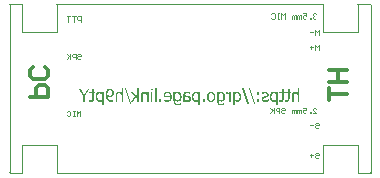
<source format=gbo>
G04*
G04 #@! TF.GenerationSoftware,Altium Limited,Altium Designer,20.0.10 (225)*
G04*
G04 Layer_Color=32896*
%FSLAX25Y25*%
%MOIN*%
G70*
G01*
G75*
%ADD13C,0.00400*%
%ADD15C,0.00300*%
%ADD38C,0.01181*%
G36*
X47548Y27455D02*
X46932D01*
Y28015D01*
X47548D01*
Y27455D01*
D02*
G37*
G36*
X75844Y27005D02*
X75941Y26991D01*
X76031Y26977D01*
X76107Y26956D01*
X76176Y26929D01*
X76224Y26915D01*
X76252Y26901D01*
X76266Y26894D01*
X76356Y26846D01*
X76432Y26797D01*
X76508Y26742D01*
X76570Y26687D01*
X76619Y26638D01*
X76653Y26604D01*
X76681Y26576D01*
X76688Y26569D01*
X76757Y26486D01*
X76813Y26396D01*
X76861Y26306D01*
X76910Y26223D01*
X76937Y26147D01*
X76965Y26092D01*
X76979Y26050D01*
X76986Y26043D01*
Y26036D01*
X77020Y25912D01*
X77048Y25787D01*
X77069Y25662D01*
X77083Y25552D01*
X77089Y25448D01*
X77096Y25372D01*
Y25344D01*
Y25323D01*
Y25310D01*
Y25303D01*
X77089Y25157D01*
X77083Y25026D01*
X77069Y24901D01*
X77048Y24784D01*
X77020Y24673D01*
X76992Y24576D01*
X76965Y24486D01*
X76937Y24403D01*
X76910Y24327D01*
X76882Y24265D01*
X76854Y24209D01*
X76826Y24168D01*
X76806Y24133D01*
X76792Y24105D01*
X76778Y24092D01*
Y24085D01*
X76716Y24009D01*
X76647Y23939D01*
X76577Y23884D01*
X76501Y23836D01*
X76432Y23794D01*
X76356Y23753D01*
X76218Y23704D01*
X76093Y23670D01*
X76044Y23663D01*
X75996Y23656D01*
X75961Y23649D01*
X75906D01*
X75802Y23656D01*
X75712Y23663D01*
X75629Y23676D01*
X75553Y23697D01*
X75491Y23718D01*
X75449Y23732D01*
X75415Y23739D01*
X75408Y23746D01*
X75325Y23787D01*
X75242Y23843D01*
X75166Y23891D01*
X75090Y23946D01*
X75034Y23988D01*
X74986Y24029D01*
X74958Y24057D01*
X74944Y24064D01*
Y22535D01*
X74404D01*
Y26922D01*
X74916D01*
X74944Y26783D01*
X75083Y26860D01*
X75145Y26887D01*
X75200Y26908D01*
X75249Y26929D01*
X75283Y26943D01*
X75311Y26950D01*
X75318D01*
X75463Y26984D01*
X75532Y26998D01*
X75602Y27005D01*
X75657Y27012D01*
X75747D01*
X75844Y27005D01*
D02*
G37*
G36*
X70481D02*
X70578Y26991D01*
X70661Y26977D01*
X70737Y26956D01*
X70806Y26929D01*
X70855Y26915D01*
X70882Y26901D01*
X70896Y26894D01*
X70986Y26846D01*
X71069Y26797D01*
X71138Y26742D01*
X71201Y26693D01*
X71256Y26645D01*
X71290Y26610D01*
X71318Y26583D01*
X71325Y26576D01*
X71394Y26493D01*
X71450Y26403D01*
X71498Y26313D01*
X71547Y26230D01*
X71574Y26161D01*
X71602Y26105D01*
X71616Y26064D01*
X71623Y26057D01*
Y26050D01*
X71657Y25932D01*
X71685Y25815D01*
X71706Y25690D01*
X71719Y25586D01*
X71726Y25489D01*
X71733Y25413D01*
Y25386D01*
Y25365D01*
Y25351D01*
Y25344D01*
X71726Y25206D01*
X71719Y25074D01*
X71706Y24950D01*
X71685Y24839D01*
X71657Y24728D01*
X71630Y24631D01*
X71602Y24548D01*
X71574Y24465D01*
X71547Y24396D01*
X71519Y24341D01*
X71491Y24285D01*
X71463Y24244D01*
X71443Y24209D01*
X71429Y24189D01*
X71415Y24175D01*
Y24168D01*
X71353Y24099D01*
X71284Y24036D01*
X71214Y23981D01*
X71138Y23939D01*
X71069Y23898D01*
X70993Y23863D01*
X70855Y23815D01*
X70730Y23787D01*
X70675Y23780D01*
X70626Y23773D01*
X70591Y23766D01*
X70536D01*
X70425Y23773D01*
X70322Y23780D01*
X70232Y23794D01*
X70162Y23815D01*
X70100Y23829D01*
X70052Y23843D01*
X70024Y23849D01*
X70017Y23856D01*
X69934Y23891D01*
X69858Y23939D01*
X69782Y23981D01*
X69720Y24029D01*
X69664Y24071D01*
X69616Y24105D01*
X69588Y24126D01*
X69581Y24133D01*
Y23849D01*
X69588Y23718D01*
X69595Y23663D01*
X69602Y23607D01*
X69609Y23566D01*
X69616Y23538D01*
X69623Y23517D01*
Y23510D01*
X69657Y23400D01*
X69678Y23351D01*
X69699Y23310D01*
X69720Y23282D01*
X69740Y23254D01*
X69747Y23240D01*
X69754Y23234D01*
X69796Y23192D01*
X69837Y23157D01*
X69927Y23102D01*
X69962Y23081D01*
X69996Y23067D01*
X70017Y23054D01*
X70024D01*
X70093Y23033D01*
X70162Y23012D01*
X70232Y22998D01*
X70301Y22991D01*
X70356D01*
X70405Y22984D01*
X70446D01*
X70550Y22991D01*
X70598D01*
X70640Y22998D01*
X70675Y23005D01*
X70702D01*
X70716Y23012D01*
X70723D01*
X70820Y23033D01*
X70910Y23047D01*
X70944Y23054D01*
X70972Y23061D01*
X70993Y23067D01*
X71000D01*
X71097Y23095D01*
X71173Y23116D01*
X71201Y23130D01*
X71221Y23137D01*
X71235Y23144D01*
X71242D01*
X71311Y23164D01*
X71360Y23185D01*
X71387Y23192D01*
X71401Y23199D01*
X71429D01*
Y22638D01*
X71270Y22597D01*
X71194Y22583D01*
X71124Y22569D01*
X71069Y22555D01*
X71021Y22548D01*
X70993Y22542D01*
X70979D01*
X70799Y22521D01*
X70716Y22507D01*
X70640D01*
X70585Y22500D01*
X70495D01*
X70363Y22507D01*
X70239Y22514D01*
X70121Y22535D01*
X70017Y22562D01*
X69913Y22590D01*
X69823Y22625D01*
X69747Y22659D01*
X69671Y22694D01*
X69609Y22728D01*
X69554Y22763D01*
X69505Y22798D01*
X69471Y22825D01*
X69436Y22853D01*
X69415Y22874D01*
X69408Y22881D01*
X69401Y22887D01*
X69339Y22964D01*
X69284Y23047D01*
X69235Y23137D01*
X69194Y23234D01*
X69131Y23434D01*
X69083Y23628D01*
X69069Y23718D01*
X69062Y23801D01*
X69055Y23877D01*
X69048Y23946D01*
X69041Y24002D01*
Y24043D01*
Y24071D01*
Y24078D01*
Y26922D01*
X69554D01*
X69581Y26783D01*
X69720Y26860D01*
X69782Y26887D01*
X69837Y26908D01*
X69886Y26929D01*
X69920Y26943D01*
X69948Y26950D01*
X69955D01*
X70100Y26984D01*
X70169Y26998D01*
X70239Y27005D01*
X70294Y27012D01*
X70384D01*
X70481Y27005D01*
D02*
G37*
G36*
X55949Y27005D02*
X56046Y26991D01*
X56129Y26977D01*
X56205Y26956D01*
X56274Y26929D01*
X56322Y26915D01*
X56350Y26901D01*
X56364Y26894D01*
X56454Y26846D01*
X56537Y26797D01*
X56606Y26742D01*
X56669Y26693D01*
X56724Y26645D01*
X56758Y26610D01*
X56786Y26583D01*
X56793Y26576D01*
X56862Y26493D01*
X56918Y26403D01*
X56966Y26313D01*
X57015Y26230D01*
X57042Y26161D01*
X57070Y26105D01*
X57084Y26064D01*
X57091Y26057D01*
Y26050D01*
X57125Y25932D01*
X57153Y25815D01*
X57174Y25690D01*
X57187Y25586D01*
X57194Y25489D01*
X57201Y25413D01*
Y25386D01*
Y25365D01*
Y25351D01*
Y25344D01*
X57194Y25206D01*
X57187Y25074D01*
X57174Y24950D01*
X57153Y24839D01*
X57125Y24728D01*
X57098Y24631D01*
X57070Y24548D01*
X57042Y24465D01*
X57015Y24396D01*
X56987Y24341D01*
X56959Y24285D01*
X56931Y24244D01*
X56911Y24209D01*
X56897Y24189D01*
X56883Y24175D01*
Y24168D01*
X56821Y24099D01*
X56752Y24036D01*
X56682Y23981D01*
X56606Y23939D01*
X56537Y23898D01*
X56461Y23863D01*
X56322Y23815D01*
X56198Y23787D01*
X56143Y23780D01*
X56094Y23773D01*
X56059Y23766D01*
X56004D01*
X55893Y23773D01*
X55790Y23780D01*
X55700Y23794D01*
X55630Y23815D01*
X55568Y23829D01*
X55520Y23843D01*
X55492Y23849D01*
X55485Y23856D01*
X55402Y23891D01*
X55326Y23939D01*
X55250Y23981D01*
X55188Y24029D01*
X55132Y24071D01*
X55084Y24105D01*
X55056Y24126D01*
X55049Y24133D01*
Y23849D01*
X55056Y23718D01*
X55063Y23663D01*
X55070Y23607D01*
X55077Y23566D01*
X55084Y23538D01*
X55091Y23517D01*
Y23510D01*
X55125Y23400D01*
X55146Y23351D01*
X55167Y23310D01*
X55188Y23282D01*
X55208Y23254D01*
X55215Y23240D01*
X55222Y23234D01*
X55264Y23192D01*
X55305Y23157D01*
X55395Y23102D01*
X55430Y23081D01*
X55464Y23067D01*
X55485Y23054D01*
X55492D01*
X55561Y23033D01*
X55630Y23012D01*
X55700Y22998D01*
X55769Y22991D01*
X55824D01*
X55873Y22984D01*
X55914D01*
X56018Y22991D01*
X56066D01*
X56108Y22998D01*
X56143Y23005D01*
X56170D01*
X56184Y23012D01*
X56191D01*
X56288Y23033D01*
X56378Y23047D01*
X56412Y23054D01*
X56440Y23061D01*
X56461Y23067D01*
X56468D01*
X56565Y23095D01*
X56641Y23116D01*
X56669Y23130D01*
X56689Y23137D01*
X56703Y23144D01*
X56710D01*
X56779Y23164D01*
X56828Y23185D01*
X56855Y23192D01*
X56869Y23199D01*
X56897D01*
Y22638D01*
X56738Y22597D01*
X56662Y22583D01*
X56592Y22569D01*
X56537Y22555D01*
X56489Y22548D01*
X56461Y22542D01*
X56447D01*
X56267Y22521D01*
X56184Y22507D01*
X56108D01*
X56053Y22500D01*
X55963D01*
X55831Y22507D01*
X55707Y22514D01*
X55589Y22535D01*
X55485Y22562D01*
X55381Y22590D01*
X55291Y22625D01*
X55215Y22659D01*
X55139Y22694D01*
X55077Y22728D01*
X55022Y22763D01*
X54973Y22798D01*
X54939Y22825D01*
X54904Y22853D01*
X54883Y22874D01*
X54876Y22881D01*
X54869Y22887D01*
X54807Y22964D01*
X54752Y23047D01*
X54703Y23137D01*
X54662Y23234D01*
X54599Y23434D01*
X54551Y23628D01*
X54537Y23718D01*
X54530Y23801D01*
X54523Y23877D01*
X54516Y23946D01*
X54509Y24002D01*
Y24043D01*
Y24071D01*
Y24078D01*
Y26922D01*
X55022D01*
X55049Y26783D01*
X55188Y26860D01*
X55250Y26887D01*
X55305Y26908D01*
X55354Y26929D01*
X55388Y26943D01*
X55416Y26950D01*
X55423D01*
X55568Y26984D01*
X55637Y26998D01*
X55707Y27005D01*
X55762Y27012D01*
X55852D01*
X55949Y27005D01*
D02*
G37*
G36*
X96500Y23718D02*
X95960D01*
Y26112D01*
X95808Y26223D01*
X95739Y26271D01*
X95676Y26313D01*
X95621Y26348D01*
X95580Y26368D01*
X95552Y26382D01*
X95545Y26389D01*
X95462Y26424D01*
X95393Y26451D01*
X95317Y26472D01*
X95254Y26486D01*
X95206Y26493D01*
X95164Y26500D01*
X95061D01*
X94998Y26493D01*
X94943Y26479D01*
X94895Y26472D01*
X94860Y26458D01*
X94832Y26444D01*
X94818Y26438D01*
X94811D01*
X94735Y26382D01*
X94673Y26327D01*
X94652Y26299D01*
X94639Y26278D01*
X94625Y26265D01*
Y26258D01*
X94604Y26209D01*
X94590Y26161D01*
X94562Y26057D01*
X94555Y26015D01*
Y25981D01*
X94549Y25953D01*
Y25946D01*
X94535Y25801D01*
X94528Y25732D01*
X94521Y25669D01*
Y25621D01*
Y25572D01*
Y25545D01*
Y25538D01*
Y23718D01*
X93981D01*
Y25794D01*
X93995Y26002D01*
X94023Y26188D01*
X94064Y26341D01*
X94092Y26410D01*
X94113Y26472D01*
X94140Y26527D01*
X94168Y26569D01*
X94189Y26610D01*
X94209Y26645D01*
X94223Y26666D01*
X94237Y26687D01*
X94251Y26700D01*
X94306Y26756D01*
X94362Y26804D01*
X94479Y26880D01*
X94604Y26936D01*
X94722Y26970D01*
X94825Y26998D01*
X94874Y27005D01*
X94915D01*
X94943Y27012D01*
X94991D01*
X95088Y27005D01*
X95178Y26991D01*
X95261Y26977D01*
X95337Y26956D01*
X95400Y26929D01*
X95448Y26915D01*
X95476Y26901D01*
X95490Y26894D01*
X95580Y26846D01*
X95663Y26790D01*
X95739Y26735D01*
X95815Y26687D01*
X95870Y26638D01*
X95919Y26597D01*
X95946Y26569D01*
X95960Y26562D01*
Y28174D01*
X96500D01*
Y23718D01*
D02*
G37*
G36*
X37749Y23718D02*
X37209D01*
Y26112D01*
X37057Y26223D01*
X36988Y26271D01*
X36926Y26313D01*
X36870Y26348D01*
X36829Y26368D01*
X36801Y26382D01*
X36794Y26389D01*
X36711Y26424D01*
X36642Y26451D01*
X36566Y26472D01*
X36504Y26486D01*
X36455Y26493D01*
X36414Y26500D01*
X36310D01*
X36248Y26493D01*
X36192Y26479D01*
X36144Y26472D01*
X36109Y26458D01*
X36081Y26444D01*
X36068Y26438D01*
X36061D01*
X35985Y26382D01*
X35922Y26327D01*
X35902Y26299D01*
X35888Y26278D01*
X35874Y26265D01*
Y26258D01*
X35853Y26209D01*
X35839Y26161D01*
X35812Y26057D01*
X35805Y26015D01*
Y25981D01*
X35798Y25953D01*
Y25946D01*
X35784Y25801D01*
X35777Y25732D01*
X35770Y25669D01*
Y25621D01*
Y25572D01*
Y25545D01*
Y25538D01*
Y23718D01*
X35230D01*
Y25794D01*
X35244Y26002D01*
X35272Y26188D01*
X35313Y26341D01*
X35341Y26410D01*
X35362Y26472D01*
X35390Y26527D01*
X35417Y26569D01*
X35438Y26610D01*
X35459Y26645D01*
X35473Y26666D01*
X35486Y26687D01*
X35500Y26700D01*
X35556Y26756D01*
X35611Y26804D01*
X35729Y26880D01*
X35853Y26936D01*
X35971Y26970D01*
X36075Y26998D01*
X36123Y27005D01*
X36165D01*
X36192Y27012D01*
X36241D01*
X36338Y27005D01*
X36428Y26991D01*
X36511Y26977D01*
X36587Y26956D01*
X36649Y26929D01*
X36697Y26915D01*
X36725Y26901D01*
X36739Y26894D01*
X36829Y26846D01*
X36912Y26790D01*
X36988Y26735D01*
X37064Y26687D01*
X37119Y26638D01*
X37168Y26597D01*
X37196Y26569D01*
X37209Y26562D01*
Y28174D01*
X37749D01*
Y23718D01*
D02*
G37*
G36*
X73629Y23718D02*
X73090D01*
Y25981D01*
X73020Y26050D01*
X72951Y26105D01*
X72882Y26154D01*
X72820Y26195D01*
X72764Y26223D01*
X72723Y26244D01*
X72695Y26258D01*
X72688Y26265D01*
X72605Y26299D01*
X72529Y26320D01*
X72453Y26341D01*
X72384Y26348D01*
X72328Y26354D01*
X72287Y26361D01*
X72135D01*
X72100Y26354D01*
X72086D01*
X72038Y26348D01*
X71996Y26341D01*
X71969Y26334D01*
X71927D01*
Y26901D01*
X71969Y26908D01*
X71996D01*
X72017Y26915D01*
X72024D01*
X72059Y26922D01*
X72149D01*
X72225Y26915D01*
X72301Y26908D01*
X72377Y26887D01*
X72439Y26866D01*
X72495Y26846D01*
X72536Y26832D01*
X72571Y26818D01*
X72578Y26811D01*
X72661Y26763D01*
X72751Y26707D01*
X72834Y26645D01*
X72917Y26590D01*
X72986Y26534D01*
X73041Y26486D01*
X73076Y26458D01*
X73090Y26444D01*
Y26922D01*
X73629D01*
Y23718D01*
D02*
G37*
G36*
X59243Y26991D02*
X59340Y26984D01*
X59423Y26970D01*
X59492Y26963D01*
X59547Y26950D01*
X59582Y26943D01*
X59596D01*
X59693Y26922D01*
X59776Y26908D01*
X59852Y26894D01*
X59907Y26873D01*
X59956Y26866D01*
X59990Y26853D01*
X60011Y26846D01*
X60018D01*
Y26306D01*
X59990D01*
X59810Y26375D01*
X59720Y26403D01*
X59644Y26424D01*
X59582Y26444D01*
X59533Y26458D01*
X59506Y26465D01*
X59492D01*
X59402Y26486D01*
X59312Y26500D01*
X59236Y26514D01*
X59174Y26520D01*
X59118Y26527D01*
X59049D01*
X58938Y26520D01*
X58890D01*
X58841Y26514D01*
X58807Y26507D01*
X58779D01*
X58758Y26500D01*
X58751D01*
X58648Y26479D01*
X58606Y26465D01*
X58565Y26451D01*
X58537Y26438D01*
X58516Y26424D01*
X58502Y26417D01*
X58495D01*
X58426Y26361D01*
X58378Y26299D01*
X58357Y26271D01*
X58343Y26251D01*
X58336Y26237D01*
Y26230D01*
X58302Y26133D01*
X58281Y26036D01*
X58274Y25988D01*
Y25960D01*
Y25932D01*
Y25925D01*
Y25822D01*
X58433Y25808D01*
X58578Y25801D01*
X58717Y25787D01*
X58834Y25773D01*
X58931Y25759D01*
X59007Y25752D01*
X59035D01*
X59056Y25745D01*
X59070D01*
X59201Y25725D01*
X59319Y25704D01*
X59430Y25676D01*
X59519Y25649D01*
X59596Y25621D01*
X59651Y25600D01*
X59686Y25586D01*
X59699Y25579D01*
X59803Y25524D01*
X59900Y25462D01*
X59976Y25400D01*
X60032Y25344D01*
X60080Y25289D01*
X60115Y25247D01*
X60135Y25220D01*
X60142Y25206D01*
X60191Y25116D01*
X60225Y25019D01*
X60246Y24922D01*
X60260Y24832D01*
X60274Y24756D01*
X60281Y24694D01*
Y24652D01*
Y24645D01*
Y24638D01*
X60274Y24562D01*
X60267Y24486D01*
X60253Y24417D01*
X60239Y24355D01*
X60225Y24306D01*
X60218Y24265D01*
X60205Y24237D01*
Y24230D01*
X60142Y24099D01*
X60108Y24043D01*
X60073Y23995D01*
X60045Y23960D01*
X60025Y23932D01*
X60011Y23912D01*
X60004Y23905D01*
X59893Y23815D01*
X59796Y23753D01*
X59755Y23732D01*
X59720Y23718D01*
X59699Y23704D01*
X59693D01*
X59623Y23676D01*
X59554Y23663D01*
X59492Y23649D01*
X59437Y23635D01*
X59388D01*
X59346Y23628D01*
X59229D01*
X59153Y23635D01*
X59091Y23642D01*
X59042Y23649D01*
X59000Y23656D01*
X58966Y23663D01*
X58952Y23670D01*
X58945D01*
X58841Y23704D01*
X58751Y23739D01*
X58717Y23759D01*
X58689Y23766D01*
X58675Y23780D01*
X58668D01*
X58592Y23822D01*
X58523Y23870D01*
X58495Y23891D01*
X58475Y23905D01*
X58461Y23912D01*
X58454Y23919D01*
X58378Y23981D01*
X58322Y24022D01*
X58288Y24050D01*
X58274Y24057D01*
Y23718D01*
X57734D01*
Y25905D01*
X57741Y26015D01*
X57748Y26112D01*
X57762Y26202D01*
X57776Y26278D01*
X57796Y26334D01*
X57810Y26382D01*
X57817Y26410D01*
X57824Y26417D01*
X57859Y26493D01*
X57900Y26555D01*
X57942Y26617D01*
X57983Y26666D01*
X58025Y26700D01*
X58059Y26735D01*
X58080Y26749D01*
X58087Y26756D01*
X58156Y26804D01*
X58226Y26846D01*
X58295Y26873D01*
X58357Y26901D01*
X58412Y26922D01*
X58454Y26936D01*
X58482Y26943D01*
X58495D01*
X58585Y26963D01*
X58675Y26977D01*
X58765Y26984D01*
X58848Y26991D01*
X58924Y26998D01*
X59042D01*
X59243Y26991D01*
D02*
G37*
G36*
X83124Y26105D02*
X82439D01*
Y26922D01*
X83124D01*
Y26105D01*
D02*
G37*
G36*
X25037Y25545D02*
Y23718D01*
X24470D01*
Y25607D01*
X23030Y27988D01*
X23632D01*
X24753Y26098D01*
X25854Y27988D01*
X26476D01*
X25037Y25545D01*
D02*
G37*
G36*
X42911Y23718D02*
X42372D01*
Y25054D01*
X42164Y25261D01*
X40974Y23718D01*
X40261D01*
X41756Y25579D01*
X40441Y26922D01*
X41112D01*
X42372Y25565D01*
Y28174D01*
X42911D01*
Y23718D01*
D02*
G37*
G36*
X33417Y28071D02*
X33514Y28064D01*
X33597Y28043D01*
X33680Y28022D01*
X33742Y28001D01*
X33798Y27988D01*
X33826Y27974D01*
X33839Y27967D01*
X33929Y27925D01*
X34012Y27877D01*
X34089Y27828D01*
X34151Y27780D01*
X34206Y27738D01*
X34241Y27704D01*
X34268Y27676D01*
X34275Y27669D01*
X34338Y27593D01*
X34393Y27517D01*
X34448Y27434D01*
X34490Y27365D01*
X34525Y27296D01*
X34545Y27247D01*
X34559Y27213D01*
X34566Y27199D01*
X34601Y27095D01*
X34628Y26991D01*
X34642Y26887D01*
X34656Y26797D01*
X34663Y26714D01*
X34670Y26652D01*
Y26610D01*
Y26604D01*
Y26597D01*
X34663Y26458D01*
X34649Y26334D01*
X34635Y26223D01*
X34614Y26126D01*
X34594Y26050D01*
X34573Y25995D01*
X34566Y25960D01*
X34559Y25946D01*
X34511Y25849D01*
X34455Y25766D01*
X34400Y25690D01*
X34345Y25621D01*
X34289Y25572D01*
X34248Y25538D01*
X34220Y25510D01*
X34213Y25503D01*
X34137Y25448D01*
X34068Y25406D01*
X33999Y25372D01*
X33943Y25344D01*
X33888Y25323D01*
X33853Y25310D01*
X33826Y25303D01*
X33819D01*
X33666Y25275D01*
X33597Y25268D01*
X33528Y25261D01*
X33473Y25254D01*
X33300D01*
X33217Y25268D01*
X33141Y25275D01*
X33071Y25289D01*
X33016Y25303D01*
X32974Y25310D01*
X32947Y25323D01*
X32940D01*
X32864Y25351D01*
X32781Y25386D01*
X32711Y25427D01*
X32642Y25462D01*
X32587Y25496D01*
X32545Y25524D01*
X32511Y25545D01*
X32504Y25552D01*
X32518Y25427D01*
X32531Y25310D01*
X32552Y25199D01*
X32580Y25095D01*
X32608Y24998D01*
X32635Y24908D01*
X32670Y24832D01*
X32698Y24763D01*
X32732Y24694D01*
X32760Y24638D01*
X32788Y24597D01*
X32815Y24555D01*
X32836Y24528D01*
X32850Y24507D01*
X32857Y24493D01*
X32864Y24486D01*
X32926Y24424D01*
X32995Y24368D01*
X33064Y24313D01*
X33134Y24272D01*
X33279Y24209D01*
X33424Y24168D01*
X33549Y24140D01*
X33604Y24133D01*
X33653Y24126D01*
X33687Y24119D01*
X33742D01*
X33860Y24126D01*
X33909Y24133D01*
X33957Y24140D01*
X33999D01*
X34026Y24147D01*
X34047Y24154D01*
X34054D01*
X34109Y24168D01*
X34151Y24182D01*
X34192Y24195D01*
X34220Y24209D01*
X34248Y24223D01*
X34262Y24230D01*
X34275Y24237D01*
X34303D01*
Y23690D01*
X34220Y23670D01*
X34144Y23656D01*
X34116Y23649D01*
X34089Y23642D01*
X34068D01*
X33971Y23635D01*
X33895Y23628D01*
X33819D01*
X33639Y23635D01*
X33473Y23656D01*
X33327Y23683D01*
X33203Y23718D01*
X33106Y23746D01*
X33064Y23759D01*
X33030Y23773D01*
X33002Y23787D01*
X32981Y23794D01*
X32974Y23801D01*
X32967D01*
X32843Y23870D01*
X32725Y23953D01*
X32628Y24036D01*
X32538Y24119D01*
X32469Y24195D01*
X32414Y24251D01*
X32386Y24292D01*
X32372Y24299D01*
Y24306D01*
X32289Y24431D01*
X32220Y24562D01*
X32165Y24694D01*
X32116Y24818D01*
X32075Y24929D01*
X32061Y24977D01*
X32047Y25019D01*
X32040Y25047D01*
X32033Y25074D01*
X32026Y25088D01*
Y25095D01*
X31985Y25275D01*
X31957Y25455D01*
X31929Y25628D01*
X31916Y25780D01*
X31909Y25849D01*
Y25912D01*
Y25967D01*
X31902Y26015D01*
Y26050D01*
Y26085D01*
Y26098D01*
Y26105D01*
X31909Y26313D01*
X31923Y26500D01*
X31943Y26666D01*
X31964Y26804D01*
X31978Y26866D01*
X31985Y26915D01*
X31999Y26963D01*
X32006Y26998D01*
X32013Y27026D01*
X32019Y27053D01*
X32026Y27060D01*
Y27067D01*
X32075Y27206D01*
X32130Y27330D01*
X32192Y27434D01*
X32248Y27524D01*
X32296Y27593D01*
X32338Y27648D01*
X32365Y27676D01*
X32372Y27690D01*
X32442Y27759D01*
X32511Y27815D01*
X32580Y27863D01*
X32642Y27904D01*
X32704Y27932D01*
X32746Y27953D01*
X32774Y27967D01*
X32788Y27974D01*
X32877Y28008D01*
X32967Y28036D01*
X33057Y28050D01*
X33141Y28064D01*
X33217Y28071D01*
X33272Y28078D01*
X33320D01*
X33417Y28071D01*
D02*
G37*
G36*
X93192Y26922D02*
X93559D01*
Y26472D01*
X93192D01*
Y24694D01*
Y24597D01*
X93178Y24500D01*
X93151Y24341D01*
X93116Y24202D01*
X93068Y24092D01*
X93026Y24009D01*
X92985Y23946D01*
X92957Y23912D01*
X92950Y23898D01*
X92846Y23815D01*
X92735Y23753D01*
X92625Y23711D01*
X92507Y23683D01*
X92410Y23663D01*
X92334Y23656D01*
X92300Y23649D01*
X92258D01*
X92161Y23656D01*
X92064Y23663D01*
X92030Y23670D01*
X92002D01*
X91981Y23676D01*
X91974D01*
X91857Y23697D01*
X91801Y23711D01*
X91753Y23718D01*
X91711Y23725D01*
X91684Y23732D01*
X91663Y23739D01*
X91656D01*
Y24223D01*
X91691D01*
X91739Y24202D01*
X91801Y24182D01*
X91829Y24168D01*
X91850Y24161D01*
X91864Y24154D01*
X91870D01*
X91961Y24133D01*
X92044Y24126D01*
X92078Y24119D01*
X92196D01*
X92251Y24126D01*
X92300Y24133D01*
X92348Y24147D01*
X92376Y24154D01*
X92403Y24161D01*
X92417Y24168D01*
X92424D01*
X92493Y24209D01*
X92542Y24265D01*
X92576Y24306D01*
X92583Y24313D01*
Y24320D01*
X92618Y24403D01*
X92632Y24486D01*
X92639Y24514D01*
X92646Y24541D01*
Y24555D01*
Y24562D01*
Y24618D01*
X92652Y24680D01*
Y24804D01*
Y24860D01*
Y24901D01*
Y24929D01*
Y24943D01*
Y26472D01*
X91656D01*
Y26922D01*
X92652D01*
Y27842D01*
X93192D01*
Y26922D01*
D02*
G37*
G36*
X91227D02*
X91594D01*
Y26472D01*
X91227D01*
Y24694D01*
Y24597D01*
X91213Y24500D01*
X91185Y24341D01*
X91151Y24202D01*
X91102Y24092D01*
X91061Y24009D01*
X91019Y23946D01*
X90992Y23912D01*
X90985Y23898D01*
X90881Y23815D01*
X90770Y23753D01*
X90659Y23711D01*
X90542Y23683D01*
X90445Y23663D01*
X90369Y23656D01*
X90334Y23649D01*
X90293D01*
X90196Y23656D01*
X90099Y23663D01*
X90064Y23670D01*
X90037D01*
X90016Y23676D01*
X90009D01*
X89891Y23697D01*
X89836Y23711D01*
X89788Y23718D01*
X89746Y23725D01*
X89718Y23732D01*
X89698Y23739D01*
X89691D01*
Y24223D01*
X89725D01*
X89774Y24202D01*
X89836Y24182D01*
X89864Y24168D01*
X89885Y24161D01*
X89898Y24154D01*
X89905D01*
X89995Y24133D01*
X90078Y24126D01*
X90113Y24119D01*
X90231D01*
X90286Y24126D01*
X90334Y24133D01*
X90383Y24147D01*
X90410Y24154D01*
X90438Y24161D01*
X90452Y24168D01*
X90459D01*
X90528Y24209D01*
X90576Y24265D01*
X90611Y24306D01*
X90618Y24313D01*
Y24320D01*
X90653Y24403D01*
X90666Y24486D01*
X90673Y24514D01*
X90680Y24541D01*
Y24555D01*
Y24562D01*
Y24618D01*
X90687Y24680D01*
Y24804D01*
Y24860D01*
Y24901D01*
Y24929D01*
Y24943D01*
Y26472D01*
X89691D01*
Y26922D01*
X90687D01*
Y27842D01*
X91227D01*
Y26922D01*
D02*
G37*
G36*
X52606Y27005D02*
X52717Y26991D01*
X52828Y26970D01*
X52932Y26943D01*
X53022Y26901D01*
X53112Y26866D01*
X53195Y26825D01*
X53264Y26783D01*
X53333Y26735D01*
X53388Y26693D01*
X53437Y26659D01*
X53478Y26624D01*
X53513Y26590D01*
X53534Y26569D01*
X53548Y26555D01*
X53554Y26548D01*
X53624Y26458D01*
X53686Y26361D01*
X53741Y26265D01*
X53783Y26161D01*
X53824Y26057D01*
X53859Y25953D01*
X53907Y25752D01*
X53921Y25662D01*
X53935Y25572D01*
X53942Y25496D01*
X53949Y25434D01*
X53956Y25379D01*
Y25337D01*
Y25310D01*
Y25303D01*
X53949Y25157D01*
X53935Y25019D01*
X53914Y24894D01*
X53894Y24777D01*
X53859Y24666D01*
X53824Y24562D01*
X53790Y24472D01*
X53748Y24389D01*
X53707Y24320D01*
X53672Y24258D01*
X53637Y24202D01*
X53603Y24161D01*
X53582Y24126D01*
X53561Y24099D01*
X53548Y24085D01*
X53541Y24078D01*
X53458Y24002D01*
X53368Y23939D01*
X53278Y23877D01*
X53181Y23829D01*
X53077Y23787D01*
X52980Y23753D01*
X52793Y23704D01*
X52703Y23683D01*
X52620Y23670D01*
X52544Y23663D01*
X52482Y23656D01*
X52433Y23649D01*
X52288D01*
X52226Y23656D01*
X52170D01*
X52122Y23663D01*
X52087Y23670D01*
X52060D01*
X52046Y23676D01*
X52039D01*
X51942Y23697D01*
X51845Y23711D01*
X51811Y23718D01*
X51783Y23725D01*
X51762Y23732D01*
X51755D01*
X51665Y23759D01*
X51582Y23787D01*
X51548Y23801D01*
X51520Y23815D01*
X51506Y23822D01*
X51499D01*
X51402Y23856D01*
X51326Y23891D01*
X51299Y23898D01*
X51278Y23905D01*
X51271Y23912D01*
X51264D01*
Y24507D01*
X51299D01*
X51354Y24465D01*
X51409Y24431D01*
X51451Y24403D01*
X51458Y24389D01*
X51465D01*
X51541Y24341D01*
X51624Y24299D01*
X51658Y24285D01*
X51686Y24272D01*
X51707Y24258D01*
X51714D01*
X51818Y24216D01*
X51914Y24182D01*
X51956Y24168D01*
X51991Y24161D01*
X52011Y24154D01*
X52018D01*
X52143Y24133D01*
X52198Y24126D01*
X52254D01*
X52295Y24119D01*
X52364D01*
X52537Y24133D01*
X52696Y24168D01*
X52828Y24209D01*
X52939Y24265D01*
X53029Y24320D01*
X53091Y24362D01*
X53125Y24396D01*
X53139Y24410D01*
X53229Y24534D01*
X53298Y24673D01*
X53347Y24811D01*
X53382Y24950D01*
X53402Y25074D01*
X53409Y25130D01*
Y25178D01*
X53416Y25213D01*
Y25240D01*
Y25261D01*
Y25268D01*
X51202D01*
Y25559D01*
X51209Y25697D01*
X51215Y25822D01*
X51229Y25932D01*
X51250Y26022D01*
X51271Y26098D01*
X51285Y26154D01*
X51292Y26188D01*
X51299Y26202D01*
X51333Y26299D01*
X51375Y26389D01*
X51423Y26465D01*
X51465Y26527D01*
X51499Y26583D01*
X51534Y26617D01*
X51555Y26645D01*
X51561Y26652D01*
X51624Y26714D01*
X51693Y26776D01*
X51762Y26818D01*
X51818Y26860D01*
X51873Y26887D01*
X51914Y26908D01*
X51949Y26915D01*
X51956Y26922D01*
X52046Y26950D01*
X52136Y26977D01*
X52226Y26991D01*
X52302Y26998D01*
X52378Y27005D01*
X52433Y27012D01*
X52482D01*
X52606Y27005D01*
D02*
G37*
G36*
X27992Y26922D02*
X28359D01*
Y26472D01*
X27992D01*
Y24694D01*
Y24597D01*
X27978Y24500D01*
X27951Y24341D01*
X27916Y24202D01*
X27867Y24092D01*
X27826Y24009D01*
X27784Y23946D01*
X27757Y23912D01*
X27750Y23898D01*
X27646Y23815D01*
X27535Y23753D01*
X27425Y23711D01*
X27307Y23683D01*
X27210Y23663D01*
X27134Y23656D01*
X27099Y23649D01*
X27058D01*
X26961Y23656D01*
X26864Y23663D01*
X26829Y23670D01*
X26802D01*
X26781Y23676D01*
X26774D01*
X26656Y23697D01*
X26601Y23711D01*
X26553Y23718D01*
X26511Y23725D01*
X26483Y23732D01*
X26463Y23739D01*
X26456D01*
Y24223D01*
X26490D01*
X26539Y24202D01*
X26601Y24182D01*
X26629Y24168D01*
X26649Y24161D01*
X26663Y24154D01*
X26670D01*
X26760Y24133D01*
X26843Y24126D01*
X26878Y24119D01*
X26996D01*
X27051Y24126D01*
X27099Y24133D01*
X27148Y24147D01*
X27175Y24154D01*
X27203Y24161D01*
X27217Y24168D01*
X27224D01*
X27293Y24209D01*
X27341Y24265D01*
X27376Y24306D01*
X27383Y24313D01*
Y24320D01*
X27418Y24403D01*
X27431Y24486D01*
X27438Y24514D01*
X27445Y24541D01*
Y24555D01*
Y24562D01*
Y24618D01*
X27452Y24680D01*
Y24804D01*
Y24860D01*
Y24901D01*
Y24929D01*
Y24943D01*
Y26472D01*
X26456D01*
Y26922D01*
X27452D01*
Y27842D01*
X27992D01*
Y26922D01*
D02*
G37*
G36*
X83124Y23718D02*
X82439D01*
Y24534D01*
X83124D01*
Y23718D01*
D02*
G37*
G36*
X64924Y23718D02*
X64239D01*
Y24534D01*
X64924D01*
Y23718D01*
D02*
G37*
G36*
X50489D02*
X49804D01*
Y24534D01*
X50489D01*
Y23718D01*
D02*
G37*
G36*
X48856D02*
X48316D01*
Y28174D01*
X48856D01*
Y23718D01*
D02*
G37*
G36*
X47513D02*
X46974D01*
Y26922D01*
X47513D01*
Y23718D01*
D02*
G37*
G36*
X44773Y27005D02*
X44863Y26991D01*
X44946Y26977D01*
X45022Y26956D01*
X45084Y26929D01*
X45133Y26915D01*
X45160Y26901D01*
X45174Y26894D01*
X45264Y26846D01*
X45347Y26790D01*
X45423Y26735D01*
X45500Y26687D01*
X45555Y26638D01*
X45603Y26597D01*
X45631Y26569D01*
X45645Y26562D01*
Y26922D01*
X46185D01*
Y23718D01*
X45645D01*
Y26112D01*
X45493Y26223D01*
X45423Y26271D01*
X45361Y26313D01*
X45306Y26348D01*
X45264Y26368D01*
X45237Y26382D01*
X45230Y26389D01*
X45147Y26424D01*
X45077Y26451D01*
X45001Y26472D01*
X44939Y26486D01*
X44891Y26493D01*
X44849Y26500D01*
X44745D01*
X44683Y26493D01*
X44628Y26479D01*
X44579Y26472D01*
X44545Y26458D01*
X44517Y26444D01*
X44503Y26438D01*
X44496D01*
X44420Y26382D01*
X44358Y26327D01*
X44337Y26299D01*
X44323Y26278D01*
X44309Y26265D01*
Y26258D01*
X44289Y26209D01*
X44275Y26161D01*
X44247Y26057D01*
X44240Y26015D01*
Y25981D01*
X44233Y25953D01*
Y25946D01*
X44219Y25801D01*
X44212Y25732D01*
X44206Y25669D01*
Y25621D01*
Y25572D01*
Y25545D01*
Y25538D01*
Y23718D01*
X43666D01*
Y25794D01*
X43680Y26002D01*
X43707Y26188D01*
X43749Y26341D01*
X43777Y26410D01*
X43797Y26472D01*
X43825Y26527D01*
X43853Y26569D01*
X43873Y26610D01*
X43894Y26645D01*
X43908Y26666D01*
X43922Y26687D01*
X43936Y26700D01*
X43991Y26756D01*
X44046Y26804D01*
X44164Y26880D01*
X44289Y26936D01*
X44406Y26970D01*
X44510Y26998D01*
X44559Y27005D01*
X44600D01*
X44628Y27012D01*
X44676D01*
X44773Y27005D01*
D02*
G37*
G36*
X85234Y26984D02*
X85400Y26956D01*
X85553Y26908D01*
X85677Y26860D01*
X85774Y26811D01*
X85816Y26783D01*
X85843Y26763D01*
X85871Y26749D01*
X85892Y26735D01*
X85899Y26721D01*
X85905D01*
X85961Y26666D01*
X86009Y26610D01*
X86092Y26500D01*
X86148Y26382D01*
X86189Y26265D01*
X86210Y26168D01*
X86224Y26085D01*
X86231Y26057D01*
Y26036D01*
Y26022D01*
Y26015D01*
X86224Y25905D01*
X86203Y25801D01*
X86182Y25711D01*
X86148Y25635D01*
X86120Y25572D01*
X86099Y25524D01*
X86079Y25489D01*
X86072Y25482D01*
X86002Y25406D01*
X85919Y25337D01*
X85829Y25282D01*
X85739Y25240D01*
X85663Y25199D01*
X85601Y25178D01*
X85573Y25171D01*
X85553Y25164D01*
X85546Y25157D01*
X85539D01*
X85428Y25130D01*
X85331Y25102D01*
X85290Y25095D01*
X85255Y25088D01*
X85234Y25081D01*
X85227D01*
X85117Y25060D01*
X85068Y25047D01*
X85027Y25040D01*
X84999Y25033D01*
X84978D01*
X84964Y25026D01*
X84957D01*
X84868Y24998D01*
X84791Y24970D01*
X84722Y24943D01*
X84674Y24915D01*
X84639Y24894D01*
X84611Y24874D01*
X84598Y24867D01*
X84591Y24860D01*
X84556Y24818D01*
X84528Y24777D01*
X84515Y24728D01*
X84501Y24680D01*
X84494Y24638D01*
X84487Y24604D01*
Y24576D01*
Y24569D01*
Y24514D01*
X84494Y24472D01*
X84501Y24431D01*
X84508Y24396D01*
X84522Y24375D01*
X84528Y24355D01*
X84535Y24348D01*
Y24341D01*
X84577Y24285D01*
X84625Y24244D01*
X84667Y24216D01*
X84674Y24202D01*
X84681D01*
X84708Y24189D01*
X84743Y24168D01*
X84812Y24147D01*
X84847Y24140D01*
X84874Y24133D01*
X84888Y24126D01*
X84895D01*
X84999Y24112D01*
X85089Y24105D01*
X85123Y24099D01*
X85172D01*
X85296Y24105D01*
X85352Y24112D01*
X85407Y24126D01*
X85449Y24133D01*
X85483Y24140D01*
X85504Y24147D01*
X85511D01*
X85629Y24182D01*
X85677Y24202D01*
X85719Y24223D01*
X85760Y24237D01*
X85788Y24251D01*
X85802Y24258D01*
X85809D01*
X85864Y24285D01*
X85912Y24306D01*
X85954Y24334D01*
X85995Y24355D01*
X86023Y24368D01*
X86044Y24382D01*
X86051Y24396D01*
X86058D01*
X86120Y24444D01*
X86168Y24486D01*
X86203Y24514D01*
X86217Y24521D01*
X86245D01*
Y23912D01*
X86175Y23877D01*
X86099Y23843D01*
X86023Y23815D01*
X85947Y23787D01*
X85885Y23766D01*
X85836Y23746D01*
X85802Y23739D01*
X85788Y23732D01*
X85677Y23704D01*
X85573Y23683D01*
X85470Y23670D01*
X85380Y23663D01*
X85303Y23656D01*
X85241Y23649D01*
X85068D01*
X84964Y23663D01*
X84874Y23670D01*
X84791Y23683D01*
X84729Y23697D01*
X84688Y23704D01*
X84653Y23718D01*
X84646D01*
X84570Y23753D01*
X84494Y23787D01*
X84431Y23822D01*
X84369Y23856D01*
X84328Y23891D01*
X84286Y23919D01*
X84265Y23932D01*
X84259Y23939D01*
X84203Y23988D01*
X84155Y24043D01*
X84113Y24099D01*
X84079Y24147D01*
X84051Y24189D01*
X84030Y24223D01*
X84023Y24244D01*
X84016Y24251D01*
X83989Y24320D01*
X83968Y24389D01*
X83954Y24458D01*
X83940Y24521D01*
Y24569D01*
X83933Y24611D01*
Y24638D01*
Y24645D01*
X83940Y24770D01*
X83961Y24881D01*
X83989Y24977D01*
X84023Y25060D01*
X84058Y25123D01*
X84086Y25171D01*
X84106Y25199D01*
X84113Y25206D01*
X84189Y25275D01*
X84272Y25337D01*
X84362Y25393D01*
X84445Y25427D01*
X84522Y25462D01*
X84591Y25482D01*
X84632Y25489D01*
X84639Y25496D01*
X84646D01*
X84764Y25524D01*
X84819Y25538D01*
X84868Y25545D01*
X84909Y25552D01*
X84937Y25559D01*
X84957Y25566D01*
X84964D01*
X85068Y25593D01*
X85151Y25607D01*
X85179Y25621D01*
X85207D01*
X85220Y25628D01*
X85227D01*
X85310Y25655D01*
X85380Y25676D01*
X85442Y25704D01*
X85490Y25732D01*
X85525Y25752D01*
X85553Y25773D01*
X85566Y25780D01*
X85573Y25787D01*
X85608Y25828D01*
X85636Y25877D01*
X85649Y25932D01*
X85663Y25981D01*
X85670Y26022D01*
X85677Y26057D01*
Y26085D01*
Y26092D01*
X85670Y26175D01*
X85649Y26244D01*
X85622Y26299D01*
X85587Y26348D01*
X85553Y26382D01*
X85525Y26410D01*
X85504Y26424D01*
X85497Y26431D01*
X85428Y26472D01*
X85352Y26500D01*
X85276Y26520D01*
X85207Y26534D01*
X85144Y26541D01*
X85089Y26548D01*
X85047D01*
X84951Y26541D01*
X84861Y26534D01*
X84777Y26520D01*
X84701Y26500D01*
X84632Y26479D01*
X84584Y26465D01*
X84556Y26458D01*
X84542Y26451D01*
X84452Y26410D01*
X84362Y26368D01*
X84286Y26327D01*
X84217Y26285D01*
X84162Y26244D01*
X84120Y26216D01*
X84092Y26195D01*
X84086Y26188D01*
X84051D01*
Y26763D01*
X84127Y26797D01*
X84203Y26832D01*
X84279Y26860D01*
X84348Y26880D01*
X84411Y26901D01*
X84459Y26915D01*
X84494Y26929D01*
X84508D01*
X84701Y26970D01*
X84791Y26984D01*
X84874Y26991D01*
X84944Y26998D01*
X85040D01*
X85234Y26984D01*
D02*
G37*
G36*
X67180Y27005D02*
X67291Y26991D01*
X67395Y26970D01*
X67498Y26943D01*
X67588Y26908D01*
X67671Y26866D01*
X67754Y26832D01*
X67823Y26790D01*
X67886Y26742D01*
X67941Y26707D01*
X67990Y26666D01*
X68031Y26631D01*
X68059Y26604D01*
X68080Y26583D01*
X68093Y26569D01*
X68100Y26562D01*
X68169Y26472D01*
X68225Y26382D01*
X68280Y26285D01*
X68322Y26181D01*
X68391Y25974D01*
X68439Y25773D01*
X68453Y25683D01*
X68467Y25593D01*
X68474Y25517D01*
X68481Y25448D01*
X68488Y25393D01*
Y25351D01*
Y25323D01*
Y25316D01*
X68481Y25171D01*
X68474Y25040D01*
X68453Y24915D01*
X68426Y24791D01*
X68398Y24680D01*
X68370Y24583D01*
X68336Y24486D01*
X68294Y24403D01*
X68260Y24327D01*
X68225Y24265D01*
X68197Y24209D01*
X68169Y24161D01*
X68142Y24126D01*
X68121Y24099D01*
X68114Y24085D01*
X68107Y24078D01*
X68031Y24002D01*
X67955Y23932D01*
X67872Y23870D01*
X67782Y23815D01*
X67699Y23773D01*
X67609Y23739D01*
X67443Y23683D01*
X67367Y23663D01*
X67291Y23649D01*
X67228Y23642D01*
X67173Y23635D01*
X67125Y23628D01*
X67062D01*
X66945Y23635D01*
X66834Y23649D01*
X66730Y23670D01*
X66626Y23697D01*
X66536Y23732D01*
X66453Y23766D01*
X66377Y23808D01*
X66308Y23849D01*
X66246Y23884D01*
X66190Y23925D01*
X66142Y23960D01*
X66100Y23995D01*
X66073Y24022D01*
X66052Y24043D01*
X66038Y24057D01*
X66031Y24064D01*
X65962Y24154D01*
X65900Y24244D01*
X65851Y24348D01*
X65803Y24444D01*
X65761Y24548D01*
X65734Y24652D01*
X65685Y24860D01*
X65671Y24950D01*
X65658Y25040D01*
X65651Y25116D01*
X65644Y25185D01*
X65637Y25240D01*
Y25282D01*
Y25310D01*
Y25316D01*
X65644Y25462D01*
X65651Y25600D01*
X65671Y25732D01*
X65699Y25849D01*
X65727Y25960D01*
X65761Y26064D01*
X65796Y26154D01*
X65831Y26244D01*
X65872Y26313D01*
X65907Y26382D01*
X65941Y26438D01*
X65969Y26479D01*
X65997Y26514D01*
X66017Y26541D01*
X66024Y26555D01*
X66031Y26562D01*
X66107Y26638D01*
X66184Y26707D01*
X66273Y26770D01*
X66356Y26825D01*
X66439Y26866D01*
X66530Y26901D01*
X66689Y26956D01*
X66765Y26977D01*
X66841Y26991D01*
X66903Y26998D01*
X66958Y27005D01*
X67000Y27012D01*
X67062D01*
X67180Y27005D01*
D02*
G37*
G36*
X81816Y22791D02*
X81338D01*
X79664Y28174D01*
X80155D01*
X81816Y22791D01*
D02*
G37*
G36*
X79574D02*
X79096D01*
X77422Y28174D01*
X77913D01*
X79574Y22791D01*
D02*
G37*
G36*
X40448Y22791D02*
X39970D01*
X38296Y28174D01*
X38787D01*
X40448Y22791D01*
D02*
G37*
G36*
X87878Y27005D02*
X87981Y26991D01*
X88071Y26970D01*
X88155Y26950D01*
X88217Y26929D01*
X88272Y26908D01*
X88300Y26894D01*
X88314Y26887D01*
X88404Y26839D01*
X88487Y26790D01*
X88563Y26735D01*
X88625Y26687D01*
X88680Y26645D01*
X88722Y26610D01*
X88750Y26590D01*
X88757Y26583D01*
Y26922D01*
X89296D01*
Y22535D01*
X88757D01*
Y23870D01*
X88618Y23794D01*
X88556Y23766D01*
X88500Y23746D01*
X88459Y23725D01*
X88417Y23711D01*
X88397Y23704D01*
X88390D01*
X88244Y23670D01*
X88168Y23663D01*
X88106Y23656D01*
X88044Y23649D01*
X87961D01*
X87850Y23656D01*
X87753Y23670D01*
X87649Y23690D01*
X87559Y23725D01*
X87393Y23801D01*
X87255Y23884D01*
X87193Y23925D01*
X87144Y23974D01*
X87096Y24009D01*
X87061Y24043D01*
X87033Y24078D01*
X87006Y24099D01*
X86999Y24112D01*
X86992Y24119D01*
X86923Y24209D01*
X86860Y24313D01*
X86812Y24417D01*
X86770Y24521D01*
X86701Y24735D01*
X86653Y24936D01*
X86639Y25033D01*
X86625Y25123D01*
X86618Y25199D01*
X86611Y25268D01*
X86604Y25323D01*
Y25365D01*
Y25393D01*
Y25400D01*
Y25531D01*
X86618Y25662D01*
X86632Y25780D01*
X86653Y25891D01*
X86674Y25995D01*
X86701Y26092D01*
X86729Y26181D01*
X86757Y26258D01*
X86791Y26334D01*
X86819Y26396D01*
X86847Y26444D01*
X86867Y26493D01*
X86888Y26527D01*
X86902Y26548D01*
X86909Y26562D01*
X86916Y26569D01*
X86978Y26645D01*
X87040Y26714D01*
X87110Y26777D01*
X87179Y26825D01*
X87255Y26866D01*
X87324Y26901D01*
X87463Y26956D01*
X87587Y26991D01*
X87635Y26998D01*
X87684Y27005D01*
X87718Y27012D01*
X87774D01*
X87878Y27005D01*
D02*
G37*
G36*
X61886Y27005D02*
X61990Y26991D01*
X62080Y26970D01*
X62163Y26950D01*
X62225Y26929D01*
X62281Y26908D01*
X62308Y26894D01*
X62322Y26887D01*
X62412Y26839D01*
X62495Y26790D01*
X62571Y26735D01*
X62634Y26687D01*
X62689Y26645D01*
X62730Y26610D01*
X62758Y26590D01*
X62765Y26583D01*
Y26922D01*
X63305D01*
Y22535D01*
X62765D01*
Y23870D01*
X62627Y23794D01*
X62564Y23766D01*
X62509Y23746D01*
X62467Y23725D01*
X62426Y23711D01*
X62405Y23704D01*
X62398D01*
X62253Y23670D01*
X62177Y23663D01*
X62115Y23656D01*
X62052Y23649D01*
X61969D01*
X61858Y23656D01*
X61762Y23670D01*
X61658Y23690D01*
X61568Y23725D01*
X61402Y23801D01*
X61263Y23884D01*
X61201Y23925D01*
X61153Y23974D01*
X61104Y24009D01*
X61070Y24043D01*
X61042Y24078D01*
X61014Y24099D01*
X61007Y24112D01*
X61000Y24119D01*
X60931Y24209D01*
X60869Y24313D01*
X60821Y24417D01*
X60779Y24521D01*
X60710Y24735D01*
X60661Y24936D01*
X60647Y25033D01*
X60634Y25123D01*
X60627Y25199D01*
X60620Y25268D01*
X60613Y25323D01*
Y25365D01*
Y25392D01*
Y25400D01*
Y25531D01*
X60627Y25662D01*
X60641Y25780D01*
X60661Y25891D01*
X60682Y25995D01*
X60710Y26092D01*
X60737Y26181D01*
X60765Y26258D01*
X60800Y26334D01*
X60827Y26396D01*
X60855Y26444D01*
X60876Y26493D01*
X60897Y26527D01*
X60910Y26548D01*
X60917Y26562D01*
X60924Y26569D01*
X60987Y26645D01*
X61049Y26714D01*
X61118Y26776D01*
X61187Y26825D01*
X61263Y26866D01*
X61333Y26901D01*
X61471Y26956D01*
X61595Y26991D01*
X61644Y26998D01*
X61692Y27005D01*
X61727Y27012D01*
X61782D01*
X61886Y27005D01*
D02*
G37*
G36*
X29853D02*
X29957Y26991D01*
X30047Y26970D01*
X30130Y26950D01*
X30193Y26929D01*
X30248Y26908D01*
X30276Y26894D01*
X30289Y26887D01*
X30379Y26839D01*
X30462Y26790D01*
X30539Y26735D01*
X30601Y26687D01*
X30656Y26645D01*
X30698Y26610D01*
X30725Y26590D01*
X30732Y26583D01*
Y26922D01*
X31272D01*
Y22535D01*
X30732D01*
Y23870D01*
X30594Y23794D01*
X30532Y23766D01*
X30476Y23746D01*
X30435Y23725D01*
X30393Y23711D01*
X30373Y23704D01*
X30366D01*
X30220Y23670D01*
X30144Y23663D01*
X30082Y23656D01*
X30020Y23649D01*
X29937D01*
X29826Y23656D01*
X29729Y23670D01*
X29625Y23690D01*
X29535Y23725D01*
X29369Y23801D01*
X29231Y23884D01*
X29168Y23925D01*
X29120Y23974D01*
X29072Y24009D01*
X29037Y24043D01*
X29009Y24078D01*
X28982Y24099D01*
X28975Y24112D01*
X28968Y24119D01*
X28899Y24209D01*
X28836Y24313D01*
X28788Y24417D01*
X28746Y24521D01*
X28677Y24735D01*
X28629Y24936D01*
X28615Y25033D01*
X28601Y25123D01*
X28594Y25199D01*
X28587Y25268D01*
X28580Y25323D01*
Y25365D01*
Y25392D01*
Y25400D01*
Y25531D01*
X28594Y25662D01*
X28608Y25780D01*
X28629Y25891D01*
X28649Y25995D01*
X28677Y26092D01*
X28705Y26181D01*
X28732Y26258D01*
X28767Y26334D01*
X28795Y26396D01*
X28822Y26444D01*
X28843Y26493D01*
X28864Y26527D01*
X28878Y26548D01*
X28885Y26562D01*
X28892Y26569D01*
X28954Y26645D01*
X29016Y26714D01*
X29085Y26776D01*
X29155Y26825D01*
X29231Y26866D01*
X29300Y26901D01*
X29438Y26956D01*
X29563Y26991D01*
X29611Y26998D01*
X29660Y27005D01*
X29694Y27012D01*
X29750D01*
X29853Y27005D01*
D02*
G37*
%LPC*%
G36*
X75699Y26527D02*
X75657D01*
X75525Y26520D01*
X75470Y26514D01*
X75422Y26507D01*
X75380Y26500D01*
X75346Y26493D01*
X75325Y26486D01*
X75318D01*
X75186Y26444D01*
X75124Y26424D01*
X75069Y26396D01*
X75020Y26375D01*
X74979Y26354D01*
X74951Y26348D01*
X74944Y26341D01*
Y24514D01*
X75083Y24410D01*
X75152Y24362D01*
X75214Y24327D01*
X75269Y24299D01*
X75311Y24278D01*
X75339Y24265D01*
X75346Y24258D01*
X75429Y24223D01*
X75505Y24202D01*
X75581Y24182D01*
X75650Y24175D01*
X75705Y24168D01*
X75747Y24161D01*
X75788D01*
X75858Y24168D01*
X75927Y24175D01*
X76044Y24209D01*
X76141Y24258D01*
X76218Y24313D01*
X76280Y24362D01*
X76328Y24410D01*
X76356Y24444D01*
X76363Y24458D01*
X76425Y24583D01*
X76467Y24721D01*
X76501Y24867D01*
X76522Y25012D01*
X76536Y25137D01*
Y25192D01*
X76543Y25240D01*
Y25275D01*
Y25303D01*
Y25323D01*
Y25330D01*
X76536Y25531D01*
X76508Y25711D01*
X76473Y25863D01*
X76425Y25988D01*
X76384Y26085D01*
X76370Y26126D01*
X76349Y26161D01*
X76335Y26181D01*
X76321Y26202D01*
X76314Y26216D01*
X76266Y26271D01*
X76218Y26320D01*
X76114Y26396D01*
X76003Y26451D01*
X75899Y26486D01*
X75802Y26514D01*
X75726Y26520D01*
X75699Y26527D01*
D02*
G37*
G36*
X70342D02*
X70301D01*
X70176Y26520D01*
X70114Y26514D01*
X70066Y26507D01*
X70024Y26500D01*
X69990Y26493D01*
X69969Y26486D01*
X69962D01*
X69830Y26444D01*
X69768Y26424D01*
X69706Y26396D01*
X69657Y26375D01*
X69616Y26354D01*
X69588Y26348D01*
X69581Y26341D01*
Y24576D01*
X69720Y24479D01*
X69789Y24438D01*
X69851Y24410D01*
X69906Y24382D01*
X69948Y24362D01*
X69976Y24355D01*
X69990Y24348D01*
X70073Y24320D01*
X70149Y24299D01*
X70225Y24285D01*
X70287Y24278D01*
X70342Y24272D01*
X70384Y24265D01*
X70419D01*
X70557Y24278D01*
X70682Y24306D01*
X70778Y24355D01*
X70861Y24403D01*
X70924Y24451D01*
X70965Y24500D01*
X70993Y24528D01*
X71000Y24541D01*
X71062Y24659D01*
X71104Y24784D01*
X71138Y24922D01*
X71159Y25054D01*
X71173Y25171D01*
Y25227D01*
X71180Y25268D01*
Y25310D01*
Y25337D01*
Y25351D01*
Y25358D01*
X71173Y25559D01*
X71145Y25732D01*
X71104Y25877D01*
X71062Y26002D01*
X71021Y26098D01*
X70979Y26168D01*
X70965Y26188D01*
X70951Y26209D01*
X70944Y26223D01*
X70896Y26278D01*
X70848Y26327D01*
X70744Y26396D01*
X70640Y26451D01*
X70536Y26493D01*
X70439Y26514D01*
X70370Y26520D01*
X70342Y26527D01*
D02*
G37*
G36*
X55810Y26527D02*
X55769D01*
X55644Y26520D01*
X55582Y26514D01*
X55534Y26507D01*
X55492Y26500D01*
X55458Y26493D01*
X55437Y26486D01*
X55430D01*
X55298Y26444D01*
X55236Y26424D01*
X55174Y26396D01*
X55125Y26375D01*
X55084Y26354D01*
X55056Y26348D01*
X55049Y26341D01*
Y24576D01*
X55188Y24479D01*
X55257Y24438D01*
X55319Y24410D01*
X55374Y24382D01*
X55416Y24362D01*
X55444Y24355D01*
X55458Y24348D01*
X55541Y24320D01*
X55617Y24299D01*
X55693Y24285D01*
X55755Y24278D01*
X55810Y24272D01*
X55852Y24265D01*
X55887D01*
X56025Y24278D01*
X56150Y24306D01*
X56246Y24355D01*
X56329Y24403D01*
X56392Y24451D01*
X56433Y24500D01*
X56461Y24528D01*
X56468Y24541D01*
X56530Y24659D01*
X56572Y24784D01*
X56606Y24922D01*
X56627Y25054D01*
X56641Y25171D01*
Y25227D01*
X56648Y25268D01*
Y25310D01*
Y25337D01*
Y25351D01*
Y25358D01*
X56641Y25559D01*
X56613Y25732D01*
X56572Y25877D01*
X56530Y26002D01*
X56489Y26098D01*
X56447Y26168D01*
X56433Y26188D01*
X56419Y26209D01*
X56412Y26223D01*
X56364Y26278D01*
X56316Y26327D01*
X56212Y26396D01*
X56108Y26451D01*
X56004Y26493D01*
X55907Y26514D01*
X55838Y26520D01*
X55810Y26527D01*
D02*
G37*
G36*
X58281Y25386D02*
X58274D01*
Y24500D01*
X58412Y24389D01*
X58482Y24348D01*
X58544Y24306D01*
X58592Y24272D01*
X58634Y24251D01*
X58661Y24237D01*
X58668Y24230D01*
X58745Y24195D01*
X58828Y24168D01*
X58904Y24154D01*
X58973Y24140D01*
X59035Y24133D01*
X59084Y24126D01*
X59125D01*
X59229Y24133D01*
X59319Y24147D01*
X59395Y24168D01*
X59464Y24195D01*
X59513Y24223D01*
X59547Y24244D01*
X59568Y24258D01*
X59575Y24265D01*
X59623Y24320D01*
X59665Y24389D01*
X59693Y24451D01*
X59706Y24521D01*
X59720Y24583D01*
X59727Y24631D01*
Y24659D01*
Y24673D01*
X59720Y24756D01*
X59706Y24832D01*
X59686Y24894D01*
X59658Y24950D01*
X59630Y24991D01*
X59610Y25026D01*
X59596Y25040D01*
X59589Y25047D01*
X59533Y25095D01*
X59478Y25137D01*
X59360Y25206D01*
X59312Y25227D01*
X59270Y25240D01*
X59243Y25254D01*
X59236D01*
X59167Y25275D01*
X59084Y25289D01*
X59007Y25303D01*
X58931Y25310D01*
X58869Y25316D01*
X58814Y25323D01*
X58779Y25330D01*
X58765D01*
X58661Y25344D01*
X58565Y25351D01*
X58482Y25365D01*
X58405Y25372D01*
X58350Y25379D01*
X58309D01*
X58281Y25386D01*
D02*
G37*
G36*
X33334Y27607D02*
X33320D01*
X33210Y27600D01*
X33168Y27593D01*
X33127Y27579D01*
X33092Y27572D01*
X33064Y27558D01*
X33051Y27552D01*
X33044D01*
X32995Y27531D01*
X32947Y27503D01*
X32864Y27441D01*
X32836Y27413D01*
X32808Y27386D01*
X32794Y27372D01*
X32788Y27365D01*
X32739Y27303D01*
X32698Y27233D01*
X32656Y27164D01*
X32621Y27095D01*
X32601Y27033D01*
X32580Y26984D01*
X32573Y26950D01*
X32566Y26936D01*
X32538Y26825D01*
X32518Y26714D01*
X32504Y26597D01*
X32490Y26479D01*
Y26382D01*
X32483Y26299D01*
Y26271D01*
Y26251D01*
Y26237D01*
Y26230D01*
Y26168D01*
Y26119D01*
X32490Y26085D01*
Y26071D01*
X32497Y26022D01*
Y25988D01*
Y25967D01*
Y25960D01*
X32621Y25884D01*
X32684Y25856D01*
X32746Y25835D01*
X32794Y25815D01*
X32836Y25801D01*
X32864Y25787D01*
X32871D01*
X33016Y25752D01*
X33085Y25738D01*
X33141Y25732D01*
X33189D01*
X33224Y25725D01*
X33258D01*
X33369Y25732D01*
X33424D01*
X33466Y25738D01*
X33500Y25745D01*
X33528D01*
X33549Y25752D01*
X33556D01*
X33653Y25780D01*
X33729Y25822D01*
X33756Y25842D01*
X33777Y25856D01*
X33791Y25863D01*
X33798Y25870D01*
X33853Y25918D01*
X33902Y25967D01*
X33943Y26022D01*
X33971Y26064D01*
X33999Y26105D01*
X34012Y26140D01*
X34019Y26161D01*
X34026Y26168D01*
X34047Y26237D01*
X34061Y26313D01*
X34075Y26389D01*
X34082Y26458D01*
Y26520D01*
X34089Y26576D01*
Y26604D01*
Y26617D01*
X34082Y26783D01*
X34054Y26936D01*
X34019Y27060D01*
X33985Y27164D01*
X33943Y27247D01*
X33915Y27303D01*
X33888Y27337D01*
X33881Y27351D01*
X33798Y27434D01*
X33708Y27496D01*
X33611Y27545D01*
X33521Y27572D01*
X33445Y27593D01*
X33376Y27600D01*
X33334Y27607D01*
D02*
G37*
G36*
X52593Y26576D02*
X52440D01*
X52371Y26562D01*
X52309Y26555D01*
X52254Y26541D01*
X52212Y26527D01*
X52184Y26520D01*
X52164Y26507D01*
X52157D01*
X52060Y26451D01*
X51984Y26396D01*
X51956Y26368D01*
X51928Y26348D01*
X51921Y26334D01*
X51914Y26327D01*
X51859Y26237D01*
X51818Y26154D01*
X51804Y26112D01*
X51790Y26085D01*
X51783Y26064D01*
Y26057D01*
X51755Y25932D01*
X51741Y25870D01*
X51735Y25808D01*
Y25759D01*
X51728Y25718D01*
Y25690D01*
Y25683D01*
X53416D01*
X53409Y25759D01*
X53395Y25822D01*
X53388Y25884D01*
X53375Y25932D01*
X53361Y25981D01*
X53347Y26008D01*
X53340Y26029D01*
Y26036D01*
X53285Y26147D01*
X53257Y26195D01*
X53229Y26237D01*
X53202Y26271D01*
X53181Y26299D01*
X53167Y26313D01*
X53160Y26320D01*
X53063Y26403D01*
X52973Y26458D01*
X52939Y26479D01*
X52911Y26493D01*
X52890Y26507D01*
X52883D01*
X52759Y26548D01*
X52703Y26562D01*
X52641Y26569D01*
X52593Y26576D01*
D02*
G37*
G36*
X67104Y26541D02*
X66986D01*
X66917Y26527D01*
X66786Y26493D01*
X66675Y26444D01*
X66585Y26389D01*
X66516Y26334D01*
X66460Y26285D01*
X66433Y26251D01*
X66419Y26244D01*
Y26237D01*
X66377Y26175D01*
X66343Y26112D01*
X66287Y25967D01*
X66246Y25815D01*
X66218Y25662D01*
X66204Y25531D01*
X66197Y25469D01*
X66190Y25420D01*
Y25379D01*
Y25344D01*
Y25323D01*
Y25316D01*
Y25206D01*
X66197Y25102D01*
X66211Y25005D01*
X66225Y24915D01*
X66246Y24832D01*
X66260Y24756D01*
X66280Y24687D01*
X66301Y24624D01*
X66329Y24569D01*
X66350Y24528D01*
X66363Y24486D01*
X66384Y24451D01*
X66398Y24431D01*
X66412Y24410D01*
X66419Y24403D01*
Y24396D01*
X66460Y24341D01*
X66509Y24299D01*
X66612Y24223D01*
X66723Y24175D01*
X66827Y24133D01*
X66917Y24112D01*
X66993Y24105D01*
X67021Y24099D01*
X67062D01*
X67138Y24105D01*
X67215Y24112D01*
X67339Y24147D01*
X67457Y24195D01*
X67547Y24251D01*
X67616Y24306D01*
X67671Y24355D01*
X67699Y24389D01*
X67713Y24403D01*
X67789Y24534D01*
X67837Y24680D01*
X67879Y24832D01*
X67907Y24977D01*
X67920Y25109D01*
X67927Y25164D01*
Y25220D01*
X67934Y25261D01*
Y25289D01*
Y25310D01*
Y25316D01*
Y25427D01*
X67927Y25531D01*
X67914Y25628D01*
X67900Y25718D01*
X67886Y25801D01*
X67865Y25877D01*
X67844Y25946D01*
X67823Y26008D01*
X67803Y26064D01*
X67782Y26105D01*
X67761Y26147D01*
X67747Y26181D01*
X67734Y26202D01*
X67720Y26223D01*
X67713Y26237D01*
X67664Y26292D01*
X67616Y26341D01*
X67512Y26410D01*
X67408Y26465D01*
X67304Y26507D01*
X67208Y26527D01*
X67132Y26534D01*
X67104Y26541D01*
D02*
G37*
G36*
X87947Y26500D02*
X87836D01*
X87767Y26486D01*
X87649Y26451D01*
X87552Y26403D01*
X87476Y26348D01*
X87414Y26292D01*
X87372Y26244D01*
X87345Y26209D01*
X87338Y26202D01*
Y26195D01*
X87276Y26071D01*
X87234Y25932D01*
X87199Y25787D01*
X87179Y25655D01*
X87165Y25531D01*
Y25476D01*
X87158Y25427D01*
Y25393D01*
Y25365D01*
Y25344D01*
Y25337D01*
X87165Y25130D01*
X87193Y24950D01*
X87234Y24797D01*
X87276Y24666D01*
X87296Y24611D01*
X87317Y24569D01*
X87338Y24528D01*
X87359Y24493D01*
X87372Y24472D01*
X87386Y24451D01*
X87393Y24444D01*
Y24438D01*
X87442Y24382D01*
X87490Y24341D01*
X87594Y24265D01*
X87705Y24209D01*
X87809Y24175D01*
X87905Y24147D01*
X87981Y24140D01*
X88009Y24133D01*
X88051D01*
X88189Y24140D01*
X88244Y24147D01*
X88293Y24154D01*
X88341D01*
X88369Y24161D01*
X88390Y24168D01*
X88397D01*
X88514Y24202D01*
X88577Y24230D01*
X88632Y24251D01*
X88680Y24272D01*
X88722Y24292D01*
X88750Y24299D01*
X88757Y24306D01*
Y26133D01*
X88618Y26244D01*
X88549Y26285D01*
X88487Y26327D01*
X88431Y26354D01*
X88390Y26375D01*
X88362Y26389D01*
X88355Y26396D01*
X88272Y26431D01*
X88196Y26458D01*
X88120Y26472D01*
X88051Y26486D01*
X87988Y26493D01*
X87947Y26500D01*
D02*
G37*
G36*
X61955Y26500D02*
X61845D01*
X61775Y26486D01*
X61658Y26451D01*
X61561Y26403D01*
X61485Y26348D01*
X61422Y26292D01*
X61381Y26244D01*
X61353Y26209D01*
X61346Y26202D01*
Y26195D01*
X61284Y26071D01*
X61243Y25932D01*
X61208Y25787D01*
X61187Y25655D01*
X61173Y25531D01*
Y25476D01*
X61167Y25427D01*
Y25392D01*
Y25365D01*
Y25344D01*
Y25337D01*
X61173Y25130D01*
X61201Y24950D01*
X61243Y24797D01*
X61284Y24666D01*
X61305Y24611D01*
X61326Y24569D01*
X61346Y24528D01*
X61367Y24493D01*
X61381Y24472D01*
X61395Y24451D01*
X61402Y24444D01*
Y24438D01*
X61450Y24382D01*
X61499Y24341D01*
X61602Y24265D01*
X61713Y24209D01*
X61817Y24175D01*
X61914Y24147D01*
X61990Y24140D01*
X62018Y24133D01*
X62059D01*
X62198Y24140D01*
X62253Y24147D01*
X62301Y24154D01*
X62350D01*
X62378Y24161D01*
X62398Y24168D01*
X62405D01*
X62523Y24202D01*
X62585Y24230D01*
X62640Y24251D01*
X62689Y24272D01*
X62730Y24292D01*
X62758Y24299D01*
X62765Y24306D01*
Y26133D01*
X62627Y26244D01*
X62557Y26285D01*
X62495Y26327D01*
X62440Y26354D01*
X62398Y26375D01*
X62371Y26389D01*
X62364Y26396D01*
X62281Y26430D01*
X62204Y26458D01*
X62128Y26472D01*
X62059Y26486D01*
X61997Y26493D01*
X61955Y26500D01*
D02*
G37*
G36*
X29923D02*
X29812D01*
X29743Y26486D01*
X29625Y26451D01*
X29528Y26403D01*
X29452Y26348D01*
X29390Y26292D01*
X29348Y26244D01*
X29321Y26209D01*
X29314Y26202D01*
Y26195D01*
X29251Y26071D01*
X29210Y25932D01*
X29175Y25787D01*
X29155Y25655D01*
X29141Y25531D01*
Y25476D01*
X29134Y25427D01*
Y25392D01*
Y25365D01*
Y25344D01*
Y25337D01*
X29141Y25130D01*
X29168Y24950D01*
X29210Y24797D01*
X29251Y24666D01*
X29272Y24611D01*
X29293Y24569D01*
X29314Y24528D01*
X29335Y24493D01*
X29348Y24472D01*
X29362Y24451D01*
X29369Y24444D01*
Y24438D01*
X29417Y24382D01*
X29466Y24341D01*
X29570Y24265D01*
X29680Y24209D01*
X29784Y24175D01*
X29881Y24147D01*
X29957Y24140D01*
X29985Y24133D01*
X30027D01*
X30165Y24140D01*
X30220Y24147D01*
X30269Y24154D01*
X30317D01*
X30345Y24161D01*
X30366Y24168D01*
X30373D01*
X30490Y24202D01*
X30552Y24230D01*
X30608Y24251D01*
X30656Y24272D01*
X30698Y24292D01*
X30725Y24299D01*
X30732Y24306D01*
Y26133D01*
X30594Y26244D01*
X30525Y26285D01*
X30462Y26327D01*
X30407Y26354D01*
X30366Y26375D01*
X30338Y26389D01*
X30331Y26396D01*
X30248Y26430D01*
X30172Y26458D01*
X30096Y26472D01*
X30027Y26486D01*
X29964Y26493D01*
X29923Y26500D01*
D02*
G37*
%LPD*%
D13*
X23399Y18900D02*
Y20699D01*
X22799Y20100D01*
X22199Y20699D01*
Y18900D01*
X21599Y20699D02*
X20999D01*
X21299D01*
Y18900D01*
X21599D01*
X20999D01*
X18900Y20400D02*
X19200Y20699D01*
X19800D01*
X20100Y20400D01*
Y19200D01*
X19800Y18900D01*
X19200D01*
X18900Y19200D01*
X22499Y39399D02*
X22799Y39699D01*
X23399D01*
X23698Y39399D01*
Y39100D01*
X23399Y38800D01*
X22799D01*
X22499Y38500D01*
Y38200D01*
X22799Y37900D01*
X23399D01*
X23698Y38200D01*
X21899Y37900D02*
Y39699D01*
X20999D01*
X20699Y39399D01*
Y38800D01*
X20999Y38500D01*
X21899D01*
X20100Y39699D02*
Y37900D01*
Y38500D01*
X18900Y39699D01*
X19800Y38800D01*
X18900Y37900D01*
X23698Y50400D02*
Y52199D01*
X22799D01*
X22499Y51899D01*
Y51300D01*
X22799Y51000D01*
X23698D01*
X21899Y52199D02*
X20699D01*
X21299D01*
Y50400D01*
X20100Y52199D02*
X18900D01*
X19500D01*
Y50400D01*
X101699Y16399D02*
X101999Y16699D01*
X102599D01*
X102899Y16399D01*
Y16100D01*
X102599Y15800D01*
X101999D01*
X101699Y15500D01*
Y15200D01*
X101999Y14900D01*
X102599D01*
X102899Y15200D01*
X101100Y15800D02*
X99900D01*
X101699Y6400D02*
X101999Y6699D01*
X102599D01*
X102899Y6400D01*
Y6100D01*
X102599Y5800D01*
X101999D01*
X101699Y5500D01*
Y5200D01*
X101999Y4900D01*
X102599D01*
X102899Y5200D01*
X101100Y5800D02*
X99900D01*
X100500Y6400D02*
Y5200D01*
X102899Y45900D02*
Y47699D01*
X102299Y47100D01*
X101699Y47699D01*
Y45900D01*
X101100Y46800D02*
X99900D01*
X102899Y40900D02*
Y42699D01*
X102299Y42100D01*
X101699Y42699D01*
Y40900D01*
X101100Y41800D02*
X99900D01*
X100500Y42399D02*
Y41200D01*
X102100Y52899D02*
X101800Y53199D01*
X101200D01*
X100900Y52899D01*
Y52600D01*
X101200Y52300D01*
X101500D01*
X101200D01*
X100900Y52000D01*
Y51700D01*
X101200Y51400D01*
X101800D01*
X102100Y51700D01*
X100301Y51400D02*
Y51700D01*
X100001D01*
Y51400D01*
X100301D01*
X97601Y53199D02*
X98801D01*
Y52300D01*
X98201Y52600D01*
X97901D01*
X97601Y52300D01*
Y51700D01*
X97901Y51400D01*
X98501D01*
X98801Y51700D01*
X97002Y51400D02*
Y52600D01*
X96702D01*
X96402Y52300D01*
Y51400D01*
Y52300D01*
X96102Y52600D01*
X95802Y52300D01*
Y51400D01*
X95202D02*
Y52600D01*
X94902D01*
X94602Y52300D01*
Y51400D01*
Y52300D01*
X94302Y52600D01*
X94003Y52300D01*
Y51400D01*
X91603D02*
Y53199D01*
X91004Y52600D01*
X90404Y53199D01*
Y51400D01*
X89804Y53199D02*
X89204D01*
X89504D01*
Y51400D01*
X89804D01*
X89204D01*
X87105Y52899D02*
X87405Y53199D01*
X88004D01*
X88304Y52899D01*
Y51700D01*
X88004Y51400D01*
X87405D01*
X87105Y51700D01*
X100900Y19900D02*
X102100D01*
X100900Y21100D01*
Y21399D01*
X101200Y21699D01*
X101800D01*
X102100Y21399D01*
X100301Y19900D02*
Y20200D01*
X100001D01*
Y19900D01*
X100301D01*
X97601Y21699D02*
X98801D01*
Y20800D01*
X98201Y21100D01*
X97901D01*
X97601Y20800D01*
Y20200D01*
X97901Y19900D01*
X98501D01*
X98801Y20200D01*
X97002Y19900D02*
Y21100D01*
X96702D01*
X96402Y20800D01*
Y19900D01*
Y20800D01*
X96102Y21100D01*
X95802Y20800D01*
Y19900D01*
X95202D02*
Y21100D01*
X94902D01*
X94602Y20800D01*
Y19900D01*
Y20800D01*
X94302Y21100D01*
X94003Y20800D01*
Y19900D01*
X90404Y21399D02*
X90704Y21699D01*
X91303D01*
X91603Y21399D01*
Y21100D01*
X91303Y20800D01*
X90704D01*
X90404Y20500D01*
Y20200D01*
X90704Y19900D01*
X91303D01*
X91603Y20200D01*
X89804Y19900D02*
Y21699D01*
X88904D01*
X88604Y21399D01*
Y20800D01*
X88904Y20500D01*
X89804D01*
X88004Y21699D02*
Y19900D01*
Y20500D01*
X86805Y21699D01*
X87705Y20800D01*
X86805Y19900D01*
D15*
X120229Y56102D02*
G03*
X120079Y56252I-150J0D01*
G01*
X120229Y56102D02*
G03*
X120079Y56252I-150J0D01*
G01*
X116142D02*
G03*
X115992Y56102I0J-150D01*
G01*
X116142Y56252D02*
G03*
X115992Y56102I0J-150D01*
G01*
X104481D02*
G03*
X104331Y56252I-150J0D01*
G01*
X104481Y56102D02*
G03*
X104331Y56252I-150J0D01*
G01*
X120079Y-150D02*
G03*
X120229Y0I0J150D01*
G01*
X120079Y-150D02*
G03*
X120229Y0I0J150D01*
G01*
X115992D02*
G03*
X116142Y-150I150J0D01*
G01*
X115992Y0D02*
G03*
X116142Y-150I150J0D01*
G01*
X104331D02*
G03*
X104481Y0I0J150D01*
G01*
X104331Y-150D02*
G03*
X104481Y0I0J150D01*
G01*
X15748Y56252D02*
G03*
X15598Y56102I0J-150D01*
G01*
X15748Y56252D02*
G03*
X15598Y56102I0J-150D01*
G01*
X4087D02*
G03*
X3937Y56252I-150J0D01*
G01*
X4087Y56102D02*
G03*
X3937Y56252I-150J0D01*
G01*
X-0D02*
G03*
X-150Y56102I0J-150D01*
G01*
X-0Y56252D02*
G03*
X-150Y56102I0J-150D01*
G01*
X15598Y-0D02*
G03*
X15748Y-150I150J0D01*
G01*
X15598Y-0D02*
G03*
X15748Y-150I150J0D01*
G01*
X3937D02*
G03*
X4087Y-0I0J150D01*
G01*
X3937Y-150D02*
G03*
X4087Y-0I0J150D01*
G01*
X-150D02*
G03*
X0Y-150I150J0D01*
G01*
X-150Y-0D02*
G03*
X0Y-150I150J0D01*
G01*
X116142Y56252D02*
X120079D01*
X104481Y46902D02*
X115992D01*
X104481D02*
Y56102D01*
X115992Y46902D02*
Y56102D01*
X120229D02*
X120229Y0D01*
X116142Y-150D02*
X120079D01*
X115992Y0D02*
Y9200D01*
X104481Y0D02*
Y9200D01*
X115992D01*
X15748Y56252D02*
X104331Y56252D01*
X15598Y46902D02*
Y56102D01*
X4087Y46902D02*
X15598D01*
X4087D02*
Y56102D01*
X-0Y56252D02*
X3937D01*
X4087Y9200D02*
X15598D01*
Y-0D02*
Y9200D01*
X15748Y-150D02*
X104331Y-150D01*
X4087Y-0D02*
Y9200D01*
X-150Y56102D02*
X-150Y-0D01*
X0Y-150D02*
X3937D01*
D38*
X106321Y34319D02*
X112319D01*
X109320D01*
Y30320D01*
X106321D01*
X112319D01*
X106321Y28321D02*
Y24322D01*
Y26322D01*
X112319D01*
X6681Y25181D02*
X12679D01*
Y28180D01*
X11680Y29180D01*
X9680D01*
X8681Y28180D01*
Y25181D01*
X11680Y35178D02*
X12679Y34178D01*
Y32179D01*
X11680Y31179D01*
X7681D01*
X6681Y32179D01*
Y34178D01*
X7681Y35178D01*
M02*

</source>
